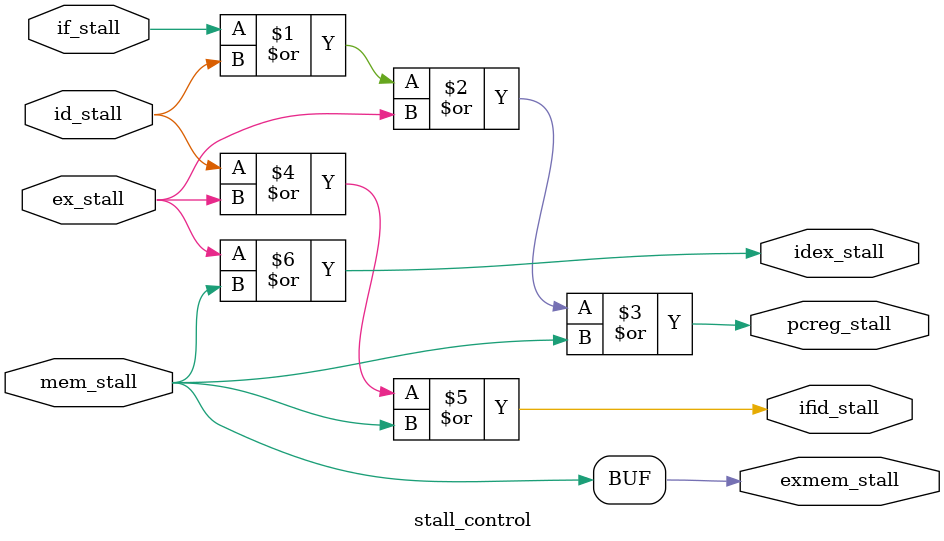
<source format=v>
`include "defines.v"

module stall_control(
    input wire if_stall,
    input wire id_stall,
    input wire ex_stall,
    input wire mem_stall,

    output wire pcreg_stall,
    output wire ifid_stall,
    output wire idex_stall,
    output wire exmem_stall
);

    assign pcreg_stall = if_stall | id_stall | ex_stall | mem_stall;
    assign ifid_stall = id_stall | ex_stall | mem_stall;
    assign idex_stall = ex_stall | mem_stall;
    assign exmem_stall = mem_stall;

endmodule
</source>
